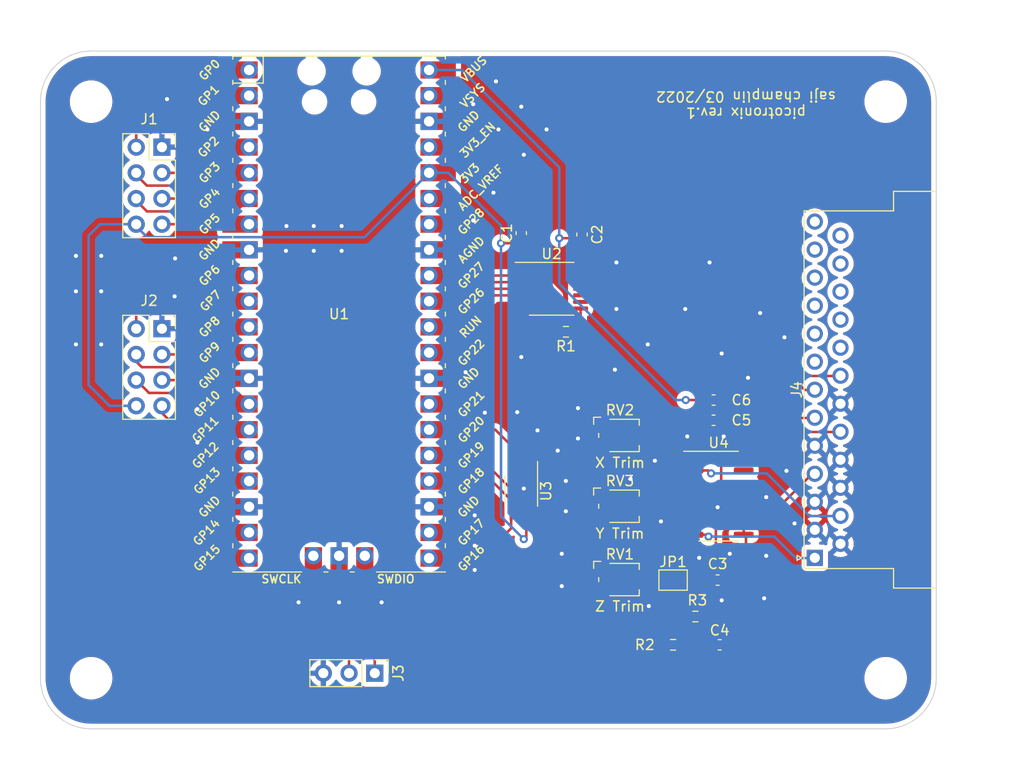
<source format=kicad_pcb>
(kicad_pcb (version 20211014) (generator pcbnew)
  (layers (0 "F.Cu" signal) (31 "B.Cu" signal) (34 "B.Paste" user) (35 "F.Paste" user) (36 "B.SilkS" user "B.Silkscreen") (37 "F.SilkS" user "F.Silkscreen") (38 "B.Mask" user) (39 "F.Mask" user) (44 "Edge.Cuts" user))
  (net 0 "")
  (net 1 "+3V3")
  (net 2 "GND")
  (net 3 "+5V")
  (net 4 "Net-(C3-Pad2)")
  (net 5 "Net-(C4-Pad1)")
  (net 6 "/Z_OUTPUT")
  (net 7 "Net-(J3-Pad1)")
  (net 8 "Net-(J3-Pad2)")
  (net 9 "/X_OUTPUT")
  (net 10 "/NON_STORE")
  (net 11 "/ERASE_INTERVAL")
  (net 18 "/Y_OUTPUT")
  (net 19 "/ERASE")
  (net 20 "/VAR_BRIGHT")
  (net 26 "Net-(R1-Pad1)")
  (net 27 "Net-(JP1-Pad1)")
  (net 28 "/z_pwm")
  (net 29 "Net-(RV2-Pad1)")
  (net 30 "Net-(RV2-Pad2)")
  (net 31 "Net-(RV3-Pad1)")
  (net 32 "Net-(RV3-Pad2)")
  (net 33 "/var_bright_l")
  (net 34 "/erase_interval_l")
  (net 35 "/non_store_l")
  (net 36 "/erase_l")
  (net 39 "/XY_FLUSH")
  (net 41 "/~{CS}")
  (net 42 "/SCLK")
  (net 43 "/SDO")
  (net 48 "/gpio0")
  (net 49 "/gpio1")
  (net 50 "/gpio2")
  (net 51 "/gpio3")
  (net 52 "/gpio4")
  (net 53 "/gpio5")
  (net 54 "/gpio6")
  (net 55 "/gpio7")
  (net 56 "/gpio8")
  (net 57 "/gpio9")
  (net 58 "/gpio10")
  (net 59 "/gpio11")
  (footprint "MountingHole:MountingHole_3.2mm_M3" (layer "F.Cu") (at 67.5 126.5)
    (fp_text reference "H3" hide)
    (fp_text value "MountingHole")
  )
  (footprint "Connector_Dsub:DSUB-25_Male_Horizontal_P2.77x2.54mm_EdgePinOffset9.40mm" (layer "F.Cu") (at 139 114.6 90)
    (fp_text reference "J4")
    (fp_text value "DB25_Male")
  )
  (footprint "Package_SO:SOIC-14_3.9x8.7mm_P1.27mm" (layer "F.Cu") (at 129.5 108.5)
    (fp_text reference "U4")
    (fp_text value "TL074")
  )
  (footprint "Potentiometer_SMD:Potentiometer_Bourns_TC33X_Vertical" (layer "F.Cu") (at 119.75 116.75)
    (fp_text reference "RV1")
    (fp_text value "Z Trim")
  )
  (footprint "Capacitor_SMD:C_0603_1608Metric_Pad1.08x0.95mm_HandSolder" (layer "F.Cu") (at 129.6 123.2)
    (fp_text reference "C4")
    (fp_text value "C")
  )
  (footprint "MountingHole:MountingHole_3.2mm_M3" (layer "F.Cu") (at 146 69.5)
    (fp_text reference "H2" hide)
    (fp_text value "MountingHole")
  )
  (footprint "Capacitor_SMD:C_0603_1608Metric_Pad1.08x0.95mm_HandSolder" (layer "F.Cu") (at 129 99)
    (fp_text reference "C6")
    (fp_text value "1u")
  )
  (footprint "Potentiometer_SMD:Potentiometer_Bourns_TC33X_Vertical" (layer "F.Cu") (at 119.75 109.5)
    (fp_text reference "RV3")
    (fp_text value "Y Trim")
  )
  (footprint "MountingHole:MountingHole_3.2mm_M3" (layer "F.Cu") (at 67.5 69.5)
    (fp_text reference "H1" hide)
    (fp_text value "MountingHole")
  )
  (footprint "Jumper:SolderJumper-2_P1.3mm_Open_Pad1.0x1.5mm" (layer "F.Cu") (at 125 116.8)
    (fp_text reference "JP1")
    (fp_text value "filter_bypass")
  )
  (footprint "Capacitor_SMD:C_0603_1608Metric_Pad1.08x0.95mm_HandSolder" (layer "F.Cu") (at 110 82.5 90)
    (fp_text reference "C1")
    (fp_text value "0.1u")
  )
  (footprint "Resistor_SMD:R_0603_1608Metric_Pad0.98x0.95mm_HandSolder" (layer "F.Cu") (at 127.2 120.4)
    (fp_text reference "R3")
    (fp_text value "R_US")
  )
  (footprint "picotronix:RPi_Pico_SMD_TH" (layer "F.Cu") (at 92 90.5)
    (fp_text reference "U1")
    (fp_text value "Pico")
  )
  (footprint "Connector_PinSocket_2.54mm:PinSocket_2x04_P2.54mm_Vertical" (layer "F.Cu") (at 74.5 74)
    (fp_text reference "J1")
    (fp_text value "Conn_02x04_Odd_Even")
  )
  (footprint "Capacitor_SMD:C_0603_1608Metric_Pad1.08x0.95mm_HandSolder" (layer "F.Cu") (at 129.4 116.8 180)
    (fp_text reference "C3")
    (fp_text value "C")
  )
  (footprint "Connector_PinHeader_2.54mm:PinHeader_1x03_P2.54mm_Vertical" (layer "F.Cu") (at 95.525 126 -90)
    (fp_text reference "J3")
    (fp_text value "DEBUG")
  )
  (footprint "Resistor_SMD:R_0603_1608Metric_Pad0.98x0.95mm_HandSolder" (layer "F.Cu") (at 125 123.2)
    (fp_text reference "R2")
    (fp_text value "R_US")
  )
  (footprint "Capacitor_SMD:C_0603_1608Metric_Pad1.08x0.95mm_HandSolder" (layer "F.Cu") (at 116 82.6375 90)
    (fp_text reference "C2")
    (fp_text value "0.1u")
  )
  (footprint "Connector_PinSocket_2.54mm:PinSocket_2x04_P2.54mm_Vertical" (layer "F.Cu") (at 74.5 91.95)
    (fp_text reference "J2")
    (fp_text value "Conn_02x04_Odd_Even")
  )
  (footprint "Package_SO:TSSOP-14_4.4x5mm_P0.65mm" (layer "F.Cu") (at 113 88)
    (fp_text reference "U2")
    (fp_text value "TXS0104PW")
  )
  (footprint "Resistor_SMD:R_0603_1608Metric_Pad0.98x0.95mm_HandSolder" (layer "F.Cu") (at 114.4125 92.25 180)
    (fp_text reference "R1")
    (fp_text value "10k")
  )
  (footprint "Capacitor_SMD:C_0603_1608Metric_Pad1.08x0.95mm_HandSolder" (layer "F.Cu") (at 129 101)
    (fp_text reference "C5")
    (fp_text value "0.1u")
  )
  (footprint "MountingHole:MountingHole_3.2mm_M3" (layer "F.Cu") (at 146 126.5)
    (fp_text reference "H4" hide)
    (fp_text value "MountingHole")
  )
  (footprint "Package_SO:VSSOP-10_3x3mm_P0.5mm" (layer "F.Cu") (at 110 108 -90)
    (fp_text reference "U3")
    (fp_text value "DAC7562SDGST")
  )
  (footprint "Potentiometer_SMD:Potentiometer_Bourns_TC33X_Vertical" (layer "F.Cu") (at 119.75 102.5)
    (fp_text reference "RV2")
    (fp_text value "X Trim")
  )
  (gr_line (start 62.5 126.5) (end 62.5 69.5) (layer "Edge.Cuts") (width 0.1))
  (gr_line (start 146 131.5) (end 67.5 131.5) (layer "Edge.Cuts") (width 0.1))
  (gr_line (start 151 69.5) (end 151 126.5) (layer "Edge.Cuts") (width 0.1))
  (gr_arc (start 67.5 131.5) (mid 63.964466 130.035534) (end 62.5 126.5) (layer "Edge.Cuts") (width 0.1))
  (gr_arc (start 151 126.5) (mid 149.535534 130.035534) (end 146 131.5) (layer "Edge.Cuts") (width 0.1))
  (gr_arc (start 62.5 69.5) (mid 63.964466 65.964466) (end 67.5 64.5) (layer "Edge.Cuts") (width 0.1))
  (gr_line (start 146 64.5) (end 67.5 64.5) (layer "Edge.Cuts") (width 0.1))
  (gr_arc (start 146 64.5) (mid 149.535534 65.964466) (end 151 69.5) (layer "Edge.Cuts") (width 0.1))
  (gr_text "picotronix rev.1\nsaji champlin 03/2022" (at 132.2 69.8 180) (layer "F.SilkS") (effects (font (size 1 1))))
  (segment (start 110 83.3625) (end 110 85.9125) (width 0.25) (layer "F.Cu") (net 1))
  (segment (start 113.5 92.25) (end 113.5 88.724639) (width 0.25) (layer "F.Cu") (net 1))
  (segment (start 110.825361 86.05) (end 110.1375 86.05) (width 0.25) (layer "F.Cu") (net 1))
  (segment (start 110.5 112.5) (end 110.5 110.2) (width 0.25) (layer "F.Cu") (net 1))
  (segment (start 110.25 112.75) (end 110.5 112.5) (width 0.25) (layer "F.Cu") (net 1))
  (segment (start 108 83.5) (end 109.8625 83.5) (width 0.25) (layer "F.Cu") (net 1))
  (segment (start 109.8625 83.5) (end 110 83.3625) (width 0.25) (layer "F.Cu") (net 1))
  (segment (start 113.5 88.724639) (end 110.825361 86.05) (width 0.25) (layer "F.Cu") (net 1))
  (segment (start 110 85.9125) (end 110.1375 86.05) (width 0.25) (layer "F.Cu") (net 1))
  (via (at 110.25 112.75) (size 0.8) (drill 0.4) (layers "F.Cu" "B.Cu") (net 1))
  (via (at 108 83.5) (size 0.8) (drill 0.4) (layers "F.Cu" "B.Cu") (net 1))
  (segment (start 67.25 82.75) (end 67.25 97.5) (width 0.25) (layer "B.Cu") (net 1))
  (segment (start 107.25 81) (end 108 81.75) (width 0.25) (layer "B.Cu") (net 1))
  (segment (start 100.89 76.53) (end 102.78 76.53) (width 0.25) (layer "B.Cu") (net 1))
  (segment (start 108 81.75) (end 108 83.5) (width 0.25) (layer "B.Cu") (net 1))
  (segment (start 94.52 82.9) (end 73.03 82.9) (width 0.25) (layer "B.Cu") (net 1))
  (segment (start 108 110.5) (end 110.25 112.75) (width 0.25) (layer "B.Cu") (net 1))
  (segment (start 108 83.5) (end 108 110.5) (width 0.25) (layer "B.Cu") (net 1))
  (segment (start 69.32 99.57) (end 71.25 99.57) (width 0.25) (layer "B.Cu") (net 1))
  (segment (start 67.25 97.5) (end 69.32 99.57) (width 0.25) (layer "B.Cu") (net 1))
  (segment (start 100.89 76.53) (end 94.52 82.9) (width 0.25) (layer "B.Cu") (net 1))
  (segment (start 71.75 81.62) (end 68.38 81.62) (width 0.25) (layer "B.Cu") (net 1))
  (segment (start 68.38 81.62) (end 67.25 82.75) (width 0.25) (layer "B.Cu") (net 1))
  (segment (start 73.03 82.9) (end 71.75 81.62) (width 0.25) (layer "B.Cu") (net 1))
  (segment (start 102.78 76.53) (end 107.25 81) (width 0.25) (layer "B.Cu") (net 1))
  (segment (start 110 103.75) (end 110.25 103.5) (width 0.25) (layer "F.Cu") (net 2))
  (segment (start 110 105.8) (end 110 107.5) (width 0.25) (layer "F.Cu") (net 2))
  (segment (start 110 105.8) (end 110 103.75) (width 0.25) (layer "F.Cu") (net 2))
  (segment (start 110 107.5) (end 110.25 107.75) (width 0.25) (layer "F.Cu") (net 2))
  (via (at 134.2 108.6) (size 0.8) (drill 0.4) (layers "F.Cu" "B.Cu") (net 2))
  (via (at 68.5 93.5) (size 0.8) (drill 0.4) (layers "F.Cu" "B.Cu") (net 2))
  (via (at 92.25 81.8) (size 0.8) (drill 0.4) (layers "F.Cu" "B.Cu") (net 2))
  (via (at 86.75 84.25) (size 0.8) (drill 0.4) (layers "F.Cu" "B.Cu") (net 2))
  (via (at 123.2 105) (size 0.8) (drill 0.4) (layers "F.Cu" "B.Cu") (net 2))
  (via (at 119.4 85.4) (size 0.8) (drill 0.4) (layers "F.Cu" "B.Cu") (net 2))
  (via (at 130 102.6) (size 0.8) (drill 0.4) (layers "F.Cu" "B.Cu") (net 2))
  (via (at 137 111.2) (size 0.8) (drill 0.4) (layers "F.Cu" "B.Cu") (net 2))
  (via (at 89.5 84.25) (size 0.8) (drill 0.4) (layers "F.Cu" "B.Cu") (net 2))
  (via (at 114.4 107) (size 0.8) (drill 0.4) (layers "F.Cu" "B.Cu") (net 2))
  (via (at 110 70) (size 0.8) (drill 0.4) (layers "F.Cu" "B.Cu") (net 2))
  (via (at 133.6 90.4) (size 0.8) (drill 0.4) (layers "F.Cu" "B.Cu") (net 2))
  (via (at 110 94.75) (size 0.8) (drill 0.4) (layers "F.Cu" "B.Cu") (net 2))
  (via (at 126.2 90) (size 0.8) (drill 0.4) (layers "F.Cu" "B.Cu") (net 2))
  (via (at 134 118.6) (size 0.8) (drill 0.4) (layers "F.Cu" "B.Cu") (net 2))
  (via (at 110.25 107.75) (size 0.8) (drill 0.4) (layers "F.Cu" "B.Cu") (net 2))
  (via (at 129.8 118.8) (size 0.8) (drill 0.4) (layers "F.Cu" "B.Cu") (net 2))
  (via (at 75.8 85) (size 0.8) (drill 0.4) (layers "F.Cu" "B.Cu") (net 2))
  (via (at 89.5 81.8) (size 0.8) (drill 0.4) (layers "F.Cu" "B.Cu") (net 2))
  (via (at 66 84.75) (size 0.8) (drill 0.4) (layers "F.Cu" "B.Cu") (net 2))
  (via (at 115.6 102.8) (size 0.8) (drill 0.4) (layers "F.Cu" "B.Cu") (net 2))
  (via (at 119.4 90) (size 0.8) (drill 0.4) (layers "F.Cu" "B.Cu") (net 2))
  (via (at 79 72.25) (size 0.8) (drill 0.4) (layers "F.Cu" "B.Cu") (net 2))
  (via (at 122.599999 119.367297) (size 0.8) (drill 0.4) (layers "F.Cu" "B.Cu") (net 2))
  (via (at 112.5 72.25) (size 0.8) (drill 0.4) (layers "F.Cu" "B.Cu") (net 2))
  (via (at 66 88.25) (size 0.8) (drill 0.4) (layers "F.Cu" "B.Cu") (net 2))
  (via (at 92 119) (size 0.8) (drill 0.4) (layers "F.Cu" "B.Cu") (net 2))
  (via (at 114.4 110) (size 0.8) (drill 0.4) (layers "F.Cu" "B.Cu") (net 2))
  (via (at 119.25 96) (size 0.8) (drill 0.4) (layers "F.Cu" "B.Cu") (net 2))
  (via (at 104.5 96.25) (size 0.8) (drill 0.4) (layers "F.Cu" "B.Cu") (net 2))
  (via (at 128.6 85.4) (size 0.8) (drill 0.4) (layers "F.Cu" "B.Cu") (net 2))
  (via (at 107.75 72.25) (size 0.8) (drill 0.4) (layers "F.Cu" "B.Cu") (net 2))
  (via (at 114 114.2) (size 0.8) (drill 0.4) (layers "F.Cu" "B.Cu") (net 2))
  (via (at 105.4 110.4) (size 0.8) (drill 0.4) (layers "F.Cu" "B.Cu") (net 2))
  (via (at 123.8 111) (size 0.8) (drill 0.4) (layers "F.Cu" "B.Cu") (net 2))
  (via (at 106.4 100.25) (size 0.8) (drill 0.4) (layers "F.Cu" "B.Cu") (net 2))
  (via (at 68.5 88.25) (size 0.8) (drill 0.4) (layers "F.Cu" "B.Cu") (net 2))
  (via (at 136 92.8) (size 0.8) (drill 0.4) (layers "F.Cu" "B.Cu") (net 2))
  (via (at 111.6 102) (size 0.8) (drill 0.4) (layers "F.Cu" "B.Cu") (net 2))
  (via (at 114 117.4) (size 0.8) (drill 0.4) (layers "F.Cu" "B.Cu") (net 2))
  (via (at 115.6 99.8) (size 0.8) (drill 0.4) (layers "F.Cu" "B.Cu") (net 2))
  (via (at 96.2 119) (size 0.8) (drill 0.4) (layers "F.Cu" "B.Cu") (net 2))
  (via (at 78 103.2) (size 0.8) (drill 0.4) (layers "F.Cu" "B.Cu") (net 2))
  (via (at 120.8 106.8) (size 0.8) (drill 0.4) (layers "F.Cu" "B.Cu") (net 2))
  (via (at 109.6 100.2) (size 0.8) (drill 0.4) (layers "F.Cu" "B.Cu") (net 2))
  (via (at 92.25 84.25) (size 0.8) (drill 0.4) (layers "F.Cu" "B.Cu") (net 2))
  (via (at 129.8 94.4) (size 0.8) (drill 0.4) (layers "F.Cu" "B.Cu") (net 2))
  (via (at 107.25 78.5) (size 0.8) (drill 0.4) (layers "F.Cu" "B.Cu") (net 2))
  (via (at 136.2 106) (size 0.8) (drill 0.4) (layers "F.Cu" "B.Cu") (net 2))
  (via (at 127.576801 114.599325) (size 0.8) (drill 0.4) (layers "F.Cu" "B.Cu") (net 2))
  (via (at 75.75 88.75) (size 0.8) (drill 0.4) (layers "F.Cu" "B.Cu") (net 2))
  (via (at 105.25 69.75) (size 0.8) (drill 0.4) (layers "F.Cu" "B.Cu") (net 2))
  (via (at 105.25 81.25) (size 0.8) (drill 0.4) (layers "F.Cu" "B.Cu") (net 2))
  (via (at 88 119) (size 0.8) (drill 0.4) (layers "F.Cu" "B.Cu") (net 2))
  (via (at 130.6 114.2) (size 0.8) (drill 0.4) (layers "F.Cu" "B.Cu") (net 2))
  (via (at 129.4 109.6) (size 0.8) (drill 0.4) (layers "F.Cu" "B.Cu") (net 2))
  (via (at 78 99.9) (size 0.8) (drill 0.4) (layers "F.Cu" "B.Cu") (net 2))
  (via (at 86.8 81.8) (size 0.8) (drill 0.4) (layers "F.Cu" "B.Cu") (net 2))
  (via (at 126.4 102.6) (size 0.8) (drill 0.4) (layers "F.Cu" "B.Cu") (net 2))
  (via (at 132.4 96.8) (size 0.8) (drill 0.4) (layers "F.Cu" "B.Cu") (net 2))
  (via (at 75 69.25) (size 0.8) (drill 0.4) (layers "F.Cu" "B.Cu") (net 2))
  (via (at 105.4 115.8) (size 0.8) (drill 0.4) (layers "F.Cu" "B.Cu") (net 2))
  (via (at 113.6 104) (size 0.8) (drill 0.4) (layers "F.Cu" "B.Cu") (net 2))
  (via (at 66 93.5) (size 0.8) (drill 0.4) (layers "F.Cu" "B.Cu") (net 2))
  (via (at 107.5 67.5) (size 0.8) (drill 0.4) (layers "F.Cu" "B.Cu") (net 2))
  (via (at 122.5 93.5) (size 0.8) (drill 0.4) (layers "F.Cu" "B.Cu") (net 2))
  (via (at 105.4 113.4) (size 0.8) (drill 0.4) (layers "F.Cu" "B.Cu") (net 2))
  (via (at 134.2 114.4) (size 0.8) (drill 0.4) (layers "F.Cu" "B.Cu") (net 2))
  (via (at 68.5 84.75) (size 0.8) (drill 0.4) (layers "F.Cu" "B.Cu") (net 2))
  (via (at 110.25 74.75) (size 0.8) (drill 0.4) (layers "F.Cu" "B.Cu") (net 2))
  (segment (start 128.1375 102.6375) (end 128.1375 101) (width 0.25) (layer "F.Cu") (net 3))
  (segment (start 127.025 108.5) (end 128.75 108.5) (width 0.25) (layer "F.Cu") (net 3))
  (segment (start 116 83.5) (end 116 85.9125) (width 0.25) (layer "F.Cu") (net 3))
  (segment (start 128.1375 101) (end 128.1375 99) (width 0.25) (layer "F.Cu") (net 3))
  (segment (start 116 85.9125) (end 115.8625 86.05) (width 0.25) (layer "F.Cu") (net 3))
  (segment (start 129.75 107.5) (end 129.75 104.25) (width 0.25) (layer "F.Cu") (net 3))
  (segment (start 126.25 99) (end 128.1375 99) (width 0.25) (layer "F.Cu") (net 3))
  (segment (start 115.5 83) (end 116 83.5) (width 0.25) (layer "F.Cu") (net 3))
  (segment (start 128.75 108.5) (end 129.75 107.5) (width 0.25) (layer "F.Cu") (net 3))
  (segment (start 113.75 83) (end 115.5 83) (width 0.25) (layer "F.Cu") (net 3))
  (segment (start 129.75 104.25) (end 128.1375 102.6375) (width 0.25) (layer "F.Cu") (net 3))
  (via (at 113.75 83) (size 0.8) (drill 0.4) (layers "F.Cu" "B.Cu") (net 3))
  (via (at 126.25 99) (size 0.8) (drill 0.4) (layers "F.Cu" "B.Cu") (net 3))
  (segment (start 125.25 99) (end 126.25 99) (width 0.25) (layer "B.Cu") (net 3))
  (segment (start 104.12 66.37) (end 113.75 76) (width 0.25) (layer "B.Cu") (net 3))
  (segment (start 113.75 87.5) (end 125.25 99) (width 0.25) (layer "B.Cu") (net 3))
  (segment (start 113.75 76) (end 113.75 83) (width 0.25) (layer "B.Cu") (net 3))
  (segment (start 100.89 66.37) (end 104.12 66.37) (width 0.25) (layer "B.Cu") (net 3))
  (segment (start 113.75 83) (end 113.75 87.5) (width 0.25) (layer "B.Cu") (net 3))
  (segment (start 128.1125 120.4) (end 128.1125 117.225) (width 0.25) (layer "F.Cu") (net 4))
  (segment (start 125.65 116.8) (end 128.5375 116.8) (width 0.25) (layer "F.Cu") (net 4))
  (segment (start 128.1125 117.225) (end 128.5375 116.8) (width 0.25) (layer "F.Cu") (net 4))
  (segment (start 129.224511 111.775489) (end 131.23 109.77) (width 0.25) (layer "F.Cu") (net 4))
  (segment (start 129.224511 116.112989) (end 129.224511 111.775489) (width 0.25) (layer "F.Cu") (net 4))
  (segment (start 131.23 109.77) (end 131.975 109.77) (width 0.25) (layer "F.Cu") (net 4))
  (segment (start 128.5375 116.8) (end 129.224511 116.112989) (width 0.25) (layer "F.Cu") (net 4))
  (segment (start 125.9125 120.775) (end 126.2875 120.4) (width 0.25) (layer "F.Cu") (net 5))
  (segment (start 128.7375 123.2) (end 125.9125 123.2) (width 0.25) (layer "F.Cu") (net 5))
  (segment (start 125.9125 123.2) (end 125.9125 120.775) (width 0.25) (layer "F.Cu") (net 5))
  (segment (start 133.994669 111.04) (end 131.975 111.04) (width 0.25) (layer "F.Cu") (net 6))
  (segment (start 130.4625 123.2) (end 130.4625 120.5375) (width 0.25) (layer "F.Cu") (net 6))
  (segment (start 132.2 118.8) (end 132.2 112.535) (width 0.25) (layer "F.Cu") (net 6))
  (segment (start 132.2 112.535) (end 131.975 112.31) (width 0.25) (layer "F.Cu") (net 6))
  (segment (start 131.975 111.04) (end 131.975 112.31) (width 0.25) (layer "F.Cu") (net 6))
  (segment (start 130.4625 120.5375) (end 132.2 118.8) (width 0.25) (layer "F.Cu") (net 6))
  (segment (start 138.719669 106.315) (end 133.994669 111.04) (width 0.25) (layer "F.Cu") (net 6))
  (segment (start 94.54 114.4) (end 94.54 120.04) (width 0.25) (layer "F.Cu") (net 7))
  (segment (start 95.525 121.025) (end 95.525 126) (width 0.25) (layer "F.Cu") (net 7))
  (segment (start 94.54 120.04) (end 95.525 121.025) (width 0.25) (layer "F.Cu") (net 7))
  (segment (start 92.985 126) (end 92.985 123.985) (width 0.25) (layer "F.Cu") (net 8))
  (segment (start 89.46 120.46) (end 89.46 114.4) (width 0.25) (layer "F.Cu") (net 8))
  (segment (start 92.985 123.985) (end 89.46 120.46) (width 0.25) (layer "F.Cu") (net 8))
  (segment (start 127.025 112.31) (end 127.025 111.04) (width 0.25) (layer "F.Cu") (net 9))
  (segment (start 127.025 112.31) (end 128.31 112.31) (width 0.25) (layer "F.Cu") (net 9))
  (segment (start 128.31 112.31) (end 128.5 112.5) (width 0.25) (layer "F.Cu") (net 9))
  (via (at 128.5 112.5) (size 0.8) (drill 0.4) (layers "F.Cu" "B.Cu") (net 9))
  (segment (start 135 112.5) (end 128.5 112.5) (width 0.25) (layer "B.Cu") (net 9))
  (segment (start 137.125 114.625) (end 138.719669 114.625) (width 0.25) (layer "B.Cu") (net 9))
  (segment (start 137.125 114.625) (end 135 112.5) (width 0.25) (layer "B.Cu") (net 9))
  (segment (start 138.719669 100.775) (end 137.375 100.775) (width 0.25) (layer "F.Cu") (net 10))
  (segment (start 137.375 100.775) (end 136.2 99.6) (width 0.25) (layer "F.Cu") (net 10))
  (segment (start 127 88) (end 115.8625 88) (width 0.25) (layer "F.Cu") (net 10))
  (segment (start 136.2 99.6) (end 136.2 97.2) (width 0.25) (layer "F.Cu") (net 10))
  (segment (start 136.2 97.2) (end 127 88) (width 0.25) (layer "F.Cu") (net 10))
  (segment (start 138.719669 98.005) (end 138.005 98.005) (width 0.25) (layer "F.Cu") (net 11))
  (segment (start 138.005 98.005) (end 127.35 87.35) (width 0.25) (layer "F.Cu") (net 11))
  (segment (start 127.35 87.35) (end 115.8625 87.35) (width 0.25) (layer "F.Cu") (net 11))
  (segment (start 128.46 105.96) (end 128.75 106.25) (width 0.25) (layer "F.Cu") (net 18))
  (segment (start 127.025 104.69) (end 127.025 105.96) (width 0.25) (layer "F.Cu") (net 18))
  (segment (start 127.025 105.96) (end 128.46 105.96) (width 0.25) (layer "F.Cu") (net 18))
  (via (at 128.75 106.25) (size 0.8) (drill 0.4) (layers "F.Cu" "B.Cu") (net 18))
  (segment (start 134.25 106.25) (end 138.47 110.47) (width 0.25) (layer "B.Cu") (net 18))
  (segment (start 128.75 106.25) (end 134.25 106.25) (width 0.25) (layer "B.Cu") (net 18))
  (segment (start 138.47 110.47) (end 141.259669 110.47) (width 0.25) (layer "B.Cu") (net 18))
  (segment (start 135.4 101.2) (end 135.4 97.4) (width 0.25) (layer "F.Cu") (net 19))
  (segment (start 136.36 102.16) (end 135.4 101.2) (width 0.25) (layer "F.Cu") (net 19))
  (segment (start 141.259669 102.16) (end 136.36 102.16) (width 0.25) (layer "F.Cu") (net 19))
  (segment (start 135.4 97.4) (end 126.65 88.65) (width 0.25) (layer "F.Cu") (net 19))
  (segment (start 126.65 88.65) (end 115.8625 88.65) (width 0.25) (layer "F.Cu") (net 19))
  (segment (start 127.9 86.7) (end 115.8625 86.7) (width 0.25) (layer "F.Cu") (net 20))
  (segment (start 137.82 96.62) (end 127.9 86.7) (width 0.25) (layer "F.Cu") (net 20))
  (segment (start 141.259669 96.62) (end 137.82 96.62) (width 0.25) (layer "F.Cu") (net 20))
  (segment (start 115.8625 89.95) (end 115.8625 91.7125) (width 0.25) (layer "F.Cu") (net 26))
  (segment (start 115.8625 91.7125) (end 115.325 92.25) (width 0.25) (layer "F.Cu") (net 26))
  (segment (start 124.35 122.9375) (end 124.0875 123.2) (width 0.25) (layer "F.Cu") (net 27))
  (segment (start 121.2 116.75) (end 124.3 116.75) (width 0.25) (layer "F.Cu") (net 27))
  (segment (start 124.35 116.8) (end 124.35 122.9375) (width 0.25) (layer "F.Cu") (net 27))
  (segment (start 124.3 116.75) (end 124.35 116.8) (width 0.25) (layer "F.Cu") (net 27))
  (segment (start 117.95 115.75) (end 110.5 115.75) (width 0.25) (layer "F.Cu") (net 28))
  (segment (start 110.5 115.75) (end 109.38 114.63) (width 0.25) (layer "F.Cu") (net 28))
  (segment (start 109.38 114.63) (end 100.89 114.63) (width 0.25) (layer "F.Cu") (net 28))
  (segment (start 111 105.8) (end 111 104.5) (width 0.25) (layer "F.Cu") (net 29))
  (segment (start 114 101.5) (end 117.95 101.5) (width 0.25) (layer "F.Cu") (net 29))
  (segment (start 111 104.5) (end 114 101.5) (width 0.25) (layer "F.Cu") (net 29))
  (segment (start 123.23 107.23) (end 121.2 105.2) (width 0.25) (layer "F.Cu") (net 30))
  (segment (start 127.025 107.23) (end 123.23 107.23) (width 0.25) (layer "F.Cu") (net 30))
  (segment (start 121.2 105.2) (end 121.2 102.5) (width 0.25) (layer "F.Cu") (net 30))
  (segment (start 110.5 105.8) (end 110.5 106.590006) (width 0.25) (layer "F.Cu") (net 31))
  (segment (start 110.5 106.590006) (end 112.409994 108.5) (width 0.25) (layer "F.Cu") (net 31))
  (segment (start 117.95 108.5) (end 112.409994 108.5) (width 0.25) (layer "F.Cu") (net 31))
  (segment (start 121.2 109.5) (end 125 109.5) (width 0.25) (layer "F.Cu") (net 32))
  (segment (start 125.27 109.77) (end 127.025 109.77) (width 0.25) (layer "F.Cu") (net 32))
  (segment (start 125 109.5) (end 125.27 109.77) (width 0.25) (layer "F.Cu") (net 32))
  (segment (start 100.89 86.69) (end 110.1275 86.69) (width 0.25) (layer "F.Cu") (net 33))
  (segment (start 110.1275 86.69) (end 110.1375 86.7) (width 0.25) (layer "F.Cu") (net 33))
  (segment (start 100.89 89.23) (end 103.77 89.23) (width 0.25) (layer "F.Cu") (net 34))
  (segment (start 103.77 89.23) (end 105.65 87.35) (width 0.25) (layer "F.Cu") (net 34))
  (segment (start 105.65 87.35) (end 110.1375 87.35) (width 0.25) (layer "F.Cu") (net 34))
  (segment (start 105 93) (end 103.69 94.31) (width 0.25) (layer "F.Cu") (net 35))
  (segment (start 105 89.5) (end 105 93) (width 0.25) (layer "F.Cu") (net 35))
  (segment (start 106.5 88) (end 105 89.5) (width 0.25) (layer "F.Cu") (net 35))
  (segment (start 103.69 94.31) (end 100.89 94.31) (width 0.25) (layer "F.Cu") (net 35))
  (segment (start 110.1375 88) (end 106.5 88) (width 0.25) (layer "F.Cu") (net 35))
  (segment (start 100.89 99.39) (end 104.11 99.39) (width 0.25) (layer "F.Cu") (net 36))
  (segment (start 106 97.5) (end 106 90) (width 0.25) (layer "F.Cu") (net 36))
  (segment (start 106 90) (end 107.35 88.65) (width 0.25) (layer "F.Cu") (net 36))
  (segment (start 107.35 88.65) (end 110.1375 88.65) (width 0.25) (layer "F.Cu") (net 36))
  (segment (start 104.11 99.39) (end 106 97.5) (width 0.25) (layer "F.Cu") (net 36))
  (segment (start 107.43 101.93) (end 109.5 104) (width 0.25) (layer "F.Cu") (net 39))
  (segment (start 109.5 104) (end 109.5 105.8) (width 0.25) (layer "F.Cu") (net 39))
  (segment (start 100.89 101.93) (end 107.43 101.93) (width 0.25) (layer "F.Cu") (net 39))
  (segment (start 109 111.68) (end 109 110.2) (width 0.25) (layer "F.Cu") (net 41))
  (segment (start 108.59 112.09) (end 109 111.68) (width 0.25) (layer "F.Cu") (net 41))
  (segment (start 108.59 112.09) (end 100.89 112.09) (width 0.25) (layer "F.Cu") (net 41))
  (segment (start 109.5 110.2) (end 109.5 109.409994) (width 0.25) (layer "F.Cu") (net 42))
  (segment (start 107.100006 107.01) (end 100.89 107.01) (width 0.25) (layer "F.Cu") (net 42))
  (segment (start 109.5 109.409994) (end 107.100006 107.01) (width 0.25) (layer "F.Cu") (net 42))
  (segment (start 105.67 104.47) (end 100.89 104.47) (width 0.25) (layer "F.Cu") (net 43))
  (segment (start 110 110.2) (end 110 108.8) (width 0.25) (layer "F.Cu") (net 43))
  (segment (start 110 108.8) (end 105.67 104.47) (width 0.25) (layer "F.Cu") (net 43))
  (segment (start 83.11 66.37) (end 74.63 66.37) (width 0.25) (layer "F.Cu") (net 48))
  (segment (start 71.96 69.04) (end 74.63 66.37) (width 0.25) (layer "F.Cu") (net 48))
  (segment (start 71.96 74) (end 71.96 69.04) (width 0.25) (layer "F.Cu") (net 48))
  (segment (start 77.25 70.5) (end 77.25 75.5) (width 0.25) (layer "F.Cu") (net 49))
  (segment (start 83.11 68.91) (end 78.84 68.91) (width 0.25) (layer "F.Cu") (net 49))
  (segment (start 78.84 68.91) (end 77.25 70.5) (width 0.25) (layer "F.Cu") (net 49))
  (segment (start 77.25 75.5) (end 76.21 76.54) (width 0.25) (layer "F.Cu") (net 49))
  (segment (start 76.21 76.54) (end 74.29 76.54) (width 0.25) (layer "F.Cu") (net 49))
  (segment (start 83.11 73.99) (end 81.01 73.99) (width 0.25) (layer "F.Cu") (net 50))
  (segment (start 77.2 77.8) (end 73.01 77.8) (width 0.25) (layer "F.Cu") (net 50))
  (segment (start 73.01 77.8) (end 71.75 76.54) (width 0.25) (layer "F.Cu") (net 50))
  (segment (start 81.01 73.99) (end 77.2 77.8) (width 0.25) (layer "F.Cu") (net 50))
  (segment (start 83.11 76.53) (end 80.47 76.53) (width 0.25) (layer "F.Cu") (net 51))
  (segment (start 80.47 76.53) (end 77.92 79.08) (width 0.25) (layer "F.Cu") (net 51))
  (segment (start 77.92 79.08) (end 74.29 79.08) (width 0.25) (layer "F.Cu") (net 51))
  (segment (start 83.11 79.07) (end 81.83 80.35) (width 0.25) (layer "F.Cu") (net 52))
  (segment (start 81.83 80.35) (end 73.02 80.35) (width 0.25) (layer "F.Cu") (net 52))
  (segment (start 73.02 80.35) (end 71.75 79.08) (width 0.25) (layer "F.Cu") (net 52))
  (segment (start 83.11 81.61) (end 83.1 81.62) (width 0.25) (layer "F.Cu") (net 53))
  (segment (start 83.1 81.62) (end 74.29 81.62) (width 0.25) (layer "F.Cu") (net 53))
  (segment (start 73.21 86.69) (end 71.96 87.94) (width 0.25) (layer "F.Cu") (net 54))
  (segment (start 83.11 86.69) (end 73.21 86.69) (width 0.25) (layer "F.Cu") (net 54))
  (segment (start 71.96 87.94) (end 71.96 91.95) (width 0.25) (layer "F.Cu") (net 54))
  (segment (start 77.25 90.5) (end 77.25 93.25) (width 0.25) (layer "F.Cu") (net 55))
  (segment (start 83.11 89.23) (end 78.52 89.23) (width 0.25) (layer "F.Cu") (net 55))
  (segment (start 76.01 94.49) (end 73.79 94.49) (width 0.25) (layer "F.Cu") (net 55))
  (segment (start 77.25 93.25) (end 76.01 94.49) (width 0.25) (layer "F.Cu") (net 55))
  (segment (start 78.52 89.23) (end 77.25 90.5) (width 0.25) (layer "F.Cu") (net 55))
  (segment (start 76.75 95.75) (end 72.51 95.75) (width 0.25) (layer "F.Cu") (net 56))
  (segment (start 83.11 91.77) (end 80.73 91.77) (width 0.25) (layer "F.Cu") (net 56))
  (segment (start 80.73 91.77) (end 76.75 95.75) (width 0.25) (layer "F.Cu") (net 56))
  (segment (start 72.51 95.75) (end 71.25 94.49) (width 0.25) (layer "F.Cu") (net 56))
  (segment (start 77.47 97.03) (end 73.79 97.03) (width 0.25) (layer "F.Cu") (net 57))
  (segment (start 83.11 94.31) (end 80.19 94.31) (width 0.25) (layer "F.Cu") (net 57))
  (segment (start 80.19 94.31) (end 77.47 97.03) (width 0.25) (layer "F.Cu") (net 57))
  (segment (start 73.23 98.3) (end 74.3 98.3) (width 0.25) (layer "F.Cu") (net 58))
  (segment (start 74.3 98.3) (end 82.02 98.3) (width 0.25) (layer "F.Cu") (net 58))
  (segment (start 83.11 99.39) (end 82.02 98.3) (width 0.25) (layer "F.Cu") (net 58))
  (segment (start 74.3 98.3) (end 73.2 98.3) (width 0.25) (layer "F.Cu") (net 58))
  (segment (start 71.96 97.03) (end 73.23 98.3) (width 0.25) (layer "F.Cu") (net 58))
  (segment (start 83.11 101.93) (end 76.15 101.93) (width 0.25) (layer "F.Cu") (net 59))
  (segment (start 76.15 101.93) (end 73.79 99.57) (width 0.25) (layer "F.Cu") (net 59))
  (zone (net 0) (net_name "") (layer "F.Cu") (connect_pads (clearance 0)) (min_thickness 0.254)
    (keepout (tracks not_allowed) (vias not_allowed) (pads allowed) (copperpour not_allowed) (footprints allowed))
    (fill (thermal_gap 0.508) (thermal_bridge_width 0.508))
    (polygon (pts (xy 95.75 70.5) (xy 88.25 70.5) (xy 88.25 65.5) (xy 95.75 65.5)))
  )
  (zone (net 2) (net_name "GND") (layers F&B.Cu) (connect_pads (clearance 0.508)) (min_thickness 0.254) (fill yes (thermal_gap 0.508) (thermal_bridge_width 0.508))
    (polygon (pts (xy 153.5 135.5) (xy 58.5 136) (xy 58.5 61.5) (xy 153.5 61.5)))
  )
  (zone (net 0) (net_name "") (layer "F.Cu") (connect_pads (clearance 0)) (min_thickness 0.254)
    (keepout (tracks not_allowed) (vias not_allowed) (pads not_allowed) (copperpour not_allowed) (footprints allowed))
    (fill (thermal_gap 0.508) (thermal_bridge_width 0.508))
    (polygon (pts (xy 90.5 74) (xy 88.5 74) (xy 88.5 72) (xy 90.5 72)))
  )
  (zone (net 0) (net_name "") (layer "F.Cu") (connect_pads (clearance 0)) (min_thickness 0.254)
    (keepout (tracks not_allowed) (vias not_allowed) (pads not_allowed) (copperpour not_allowed) (footprints allowed))
    (fill (thermal_gap 0.508) (thermal_bridge_width 0.508))
    (polygon (pts (xy 90.5 76.5) (xy 88.5 76.5) (xy 88.5 74.5) (xy 90.5 74.5)))
  )
  (zone (net 0) (net_name "") (layer "F.Cu") (connect_pads (clearance 0)) (min_thickness 0.254)
    (keepout (tracks not_allowed) (vias not_allowed) (pads not_allowed) (copperpour not_allowed) (footprints allowed))
    (fill (thermal_gap 0.508) (thermal_bridge_width 0.508))
    (polygon (pts (xy 90.5 79) (xy 88.5 79) (xy 88.5 77) (xy 90.5 77)))
  )
)
</source>
